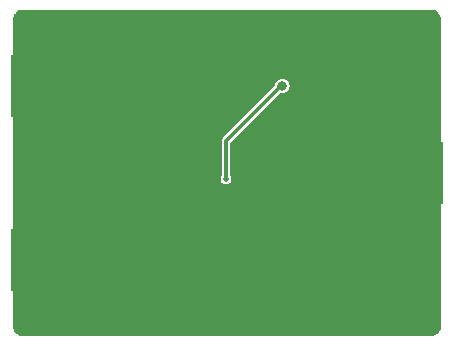
<source format=gbr>
%TF.GenerationSoftware,KiCad,Pcbnew,(6.0.4-0)*%
%TF.CreationDate,2022-03-26T13:10:47-05:00*%
%TF.ProjectId,EE515X_Project_With_Matching,45453531-3558-45f5-9072-6f6a6563745f,rev?*%
%TF.SameCoordinates,Original*%
%TF.FileFunction,Copper,L4,Bot*%
%TF.FilePolarity,Positive*%
%FSLAX46Y46*%
G04 Gerber Fmt 4.6, Leading zero omitted, Abs format (unit mm)*
G04 Created by KiCad (PCBNEW (6.0.4-0)) date 2022-03-26 13:10:47*
%MOMM*%
%LPD*%
G01*
G04 APERTURE LIST*
%TA.AperFunction,ComponentPad*%
%ADD10C,0.762000*%
%TD*%
%TA.AperFunction,SMDPad,CuDef*%
%ADD11R,1.778000X5.334000*%
%TD*%
%TA.AperFunction,ViaPad*%
%ADD12C,0.800000*%
%TD*%
%TA.AperFunction,ViaPad*%
%ADD13C,0.508000*%
%TD*%
%TA.AperFunction,Conductor*%
%ADD14C,0.312420*%
%TD*%
G04 APERTURE END LIST*
D10*
%TO.P,J2,2,Ext*%
%TO.N,GND*%
X82158688Y-112826800D03*
X82158688Y-110693200D03*
X80888688Y-110693200D03*
X79618688Y-110693200D03*
X78348688Y-110693200D03*
X78348688Y-112826800D03*
D11*
X78602688Y-111760000D03*
D10*
X80888688Y-112826800D03*
X79618688Y-112826800D03*
%TD*%
%TO.P,J1,2,Ext*%
%TO.N,GND*%
X82169000Y-98094800D03*
X82169000Y-95961200D03*
X80899000Y-95961200D03*
X79629000Y-95961200D03*
X78359000Y-95961200D03*
X78359000Y-98094800D03*
D11*
X78613000Y-97028000D03*
D10*
X80899000Y-98094800D03*
X79629000Y-98094800D03*
%TD*%
%TO.P,J3,2,Ext*%
%TO.N,GND*%
X109865312Y-103327200D03*
X109865312Y-105460800D03*
X111135312Y-105460800D03*
X112405312Y-105460800D03*
X113675312Y-105460800D03*
X113675312Y-103327200D03*
D11*
X113421312Y-104394000D03*
D10*
X111135312Y-103327200D03*
X112405312Y-103327200D03*
%TD*%
D12*
%TO.N,GND*%
X110621668Y-96012000D03*
X107827668Y-96012000D03*
%TO.N,/IF_UNFILTERED*%
X100711000Y-97028000D03*
D13*
X95935800Y-104893600D03*
%TD*%
D14*
%TO.N,/IF_UNFILTERED*%
X95935800Y-104893600D02*
X95935800Y-101676200D01*
X95935800Y-101676200D02*
X100584000Y-97028000D01*
X100584000Y-97028000D02*
X100711000Y-97028000D01*
%TD*%
%TA.AperFunction,Conductor*%
%TO.N,GND*%
G36*
X113308198Y-90586170D02*
G01*
X113313389Y-90586179D01*
X113327219Y-90589359D01*
X113341059Y-90586227D01*
X113343049Y-90586230D01*
X113355158Y-90586835D01*
X113473716Y-90598510D01*
X113497924Y-90603325D01*
X113626567Y-90642347D01*
X113649386Y-90651799D01*
X113767930Y-90715162D01*
X113788467Y-90728884D01*
X113892375Y-90814158D01*
X113909842Y-90831625D01*
X113995116Y-90935533D01*
X114008838Y-90956070D01*
X114072201Y-91074614D01*
X114081654Y-91097436D01*
X114120672Y-91226067D01*
X114125491Y-91250294D01*
X114137215Y-91369359D01*
X114137821Y-91381927D01*
X114137820Y-91382225D01*
X114134641Y-91396051D01*
X114137772Y-91409888D01*
X114137764Y-91414348D01*
X114139880Y-91433284D01*
X114139880Y-117354134D01*
X114137830Y-117372198D01*
X114137821Y-117377389D01*
X114134641Y-117391219D01*
X114137773Y-117405059D01*
X114137770Y-117407049D01*
X114137165Y-117419158D01*
X114125490Y-117537716D01*
X114120675Y-117561924D01*
X114114291Y-117582971D01*
X114081654Y-117690565D01*
X114072201Y-117713386D01*
X114008838Y-117831930D01*
X113995116Y-117852467D01*
X113909842Y-117956375D01*
X113892375Y-117973842D01*
X113788467Y-118059116D01*
X113767930Y-118072838D01*
X113649386Y-118136201D01*
X113626564Y-118145654D01*
X113497933Y-118184672D01*
X113473706Y-118189491D01*
X113354641Y-118201215D01*
X113342073Y-118201821D01*
X113341775Y-118201820D01*
X113327949Y-118198641D01*
X113314112Y-118201772D01*
X113309652Y-118201764D01*
X113290716Y-118203880D01*
X78733866Y-118203880D01*
X78715802Y-118201830D01*
X78710611Y-118201821D01*
X78696781Y-118198641D01*
X78682941Y-118201773D01*
X78680951Y-118201770D01*
X78668842Y-118201165D01*
X78550284Y-118189490D01*
X78526076Y-118184675D01*
X78397433Y-118145653D01*
X78374614Y-118136201D01*
X78256070Y-118072838D01*
X78235533Y-118059116D01*
X78131625Y-117973842D01*
X78114158Y-117956375D01*
X78028884Y-117852467D01*
X78015162Y-117831930D01*
X77951799Y-117713386D01*
X77942346Y-117690564D01*
X77903328Y-117561933D01*
X77898509Y-117537706D01*
X77886785Y-117418641D01*
X77886179Y-117406073D01*
X77886180Y-117405775D01*
X77889359Y-117391949D01*
X77886228Y-117378112D01*
X77886236Y-117373652D01*
X77884120Y-117354716D01*
X77884120Y-104887951D01*
X95473428Y-104887951D01*
X95474592Y-104896853D01*
X95474592Y-104896856D01*
X95475644Y-104904898D01*
X95490427Y-105017950D01*
X95543230Y-105137954D01*
X95627591Y-105238313D01*
X95635062Y-105243286D01*
X95635063Y-105243287D01*
X95651270Y-105254075D01*
X95736729Y-105310962D01*
X95826172Y-105338906D01*
X95853301Y-105347382D01*
X95853302Y-105347382D01*
X95861870Y-105350059D01*
X95926305Y-105351240D01*
X95983978Y-105352297D01*
X95983981Y-105352297D01*
X95992954Y-105352461D01*
X96034347Y-105341176D01*
X96110782Y-105320338D01*
X96110785Y-105320337D01*
X96119444Y-105317976D01*
X96130868Y-105310962D01*
X96223519Y-105254075D01*
X96223522Y-105254072D01*
X96231171Y-105249376D01*
X96319153Y-105152175D01*
X96330025Y-105129736D01*
X96372404Y-105042264D01*
X96372404Y-105042263D01*
X96376317Y-105034187D01*
X96398069Y-104904898D01*
X96398207Y-104893600D01*
X96379621Y-104763818D01*
X96325356Y-104644469D01*
X96319495Y-104637667D01*
X96315561Y-104631516D01*
X96295710Y-104563630D01*
X96295710Y-101877469D01*
X96315712Y-101809348D01*
X96332615Y-101788374D01*
X100466543Y-97654447D01*
X100528855Y-97620421D01*
X100572082Y-97618620D01*
X100711000Y-97636909D01*
X100719188Y-97635831D01*
X100860409Y-97617239D01*
X100868597Y-97616161D01*
X100876224Y-97613002D01*
X100876227Y-97613001D01*
X100942026Y-97585746D01*
X101015455Y-97555331D01*
X101141564Y-97458564D01*
X101238331Y-97332454D01*
X101299161Y-97185597D01*
X101319909Y-97028000D01*
X101299161Y-96870403D01*
X101238331Y-96723546D01*
X101141564Y-96597436D01*
X101015455Y-96500669D01*
X100942026Y-96470254D01*
X100876227Y-96442999D01*
X100876224Y-96442998D01*
X100868597Y-96439839D01*
X100711000Y-96419091D01*
X100553403Y-96439839D01*
X100545776Y-96442998D01*
X100545773Y-96442999D01*
X100479975Y-96470254D01*
X100406546Y-96500669D01*
X100280436Y-96597436D01*
X100183669Y-96723546D01*
X100122839Y-96870403D01*
X100121761Y-96878591D01*
X100111780Y-96954408D01*
X100083058Y-97019335D01*
X100075953Y-97027057D01*
X95717959Y-101385051D01*
X95701767Y-101398128D01*
X95698973Y-101400670D01*
X95690226Y-101406318D01*
X95683779Y-101414496D01*
X95670740Y-101431036D01*
X95667103Y-101435128D01*
X95667198Y-101435208D01*
X95663846Y-101439164D01*
X95660162Y-101442848D01*
X95657136Y-101447083D01*
X95649625Y-101457594D01*
X95646059Y-101462344D01*
X95622495Y-101492234D01*
X95622494Y-101492236D01*
X95616047Y-101500414D01*
X95613169Y-101508609D01*
X95608122Y-101515672D01*
X95594245Y-101562075D01*
X95592410Y-101567723D01*
X95576346Y-101613465D01*
X95575890Y-101618730D01*
X95575890Y-101621447D01*
X95575789Y-101623784D01*
X95575674Y-101624168D01*
X95575600Y-101624165D01*
X95575580Y-101624483D01*
X95573790Y-101630468D01*
X95574199Y-101640872D01*
X95575793Y-101681438D01*
X95575890Y-101686386D01*
X95575890Y-104563910D01*
X95555212Y-104633053D01*
X95549317Y-104639728D01*
X95493598Y-104758405D01*
X95492217Y-104767277D01*
X95474809Y-104879078D01*
X95474809Y-104879082D01*
X95473428Y-104887951D01*
X77884120Y-104887951D01*
X77884120Y-91433866D01*
X77886170Y-91415802D01*
X77886179Y-91410611D01*
X77889359Y-91396781D01*
X77886227Y-91382941D01*
X77886230Y-91380951D01*
X77886835Y-91368842D01*
X77898510Y-91250284D01*
X77903326Y-91226071D01*
X77903328Y-91226067D01*
X77942347Y-91097433D01*
X77951799Y-91074614D01*
X78015162Y-90956070D01*
X78028884Y-90935533D01*
X78114158Y-90831625D01*
X78131625Y-90814158D01*
X78235533Y-90728884D01*
X78256070Y-90715162D01*
X78374614Y-90651799D01*
X78397436Y-90642346D01*
X78526067Y-90603328D01*
X78550294Y-90598509D01*
X78669359Y-90586785D01*
X78681927Y-90586179D01*
X78682225Y-90586180D01*
X78696051Y-90589359D01*
X78709888Y-90586228D01*
X78714348Y-90586236D01*
X78733284Y-90584120D01*
X113290134Y-90584120D01*
X113308198Y-90586170D01*
G37*
%TD.AperFunction*%
%TD*%
M02*

</source>
